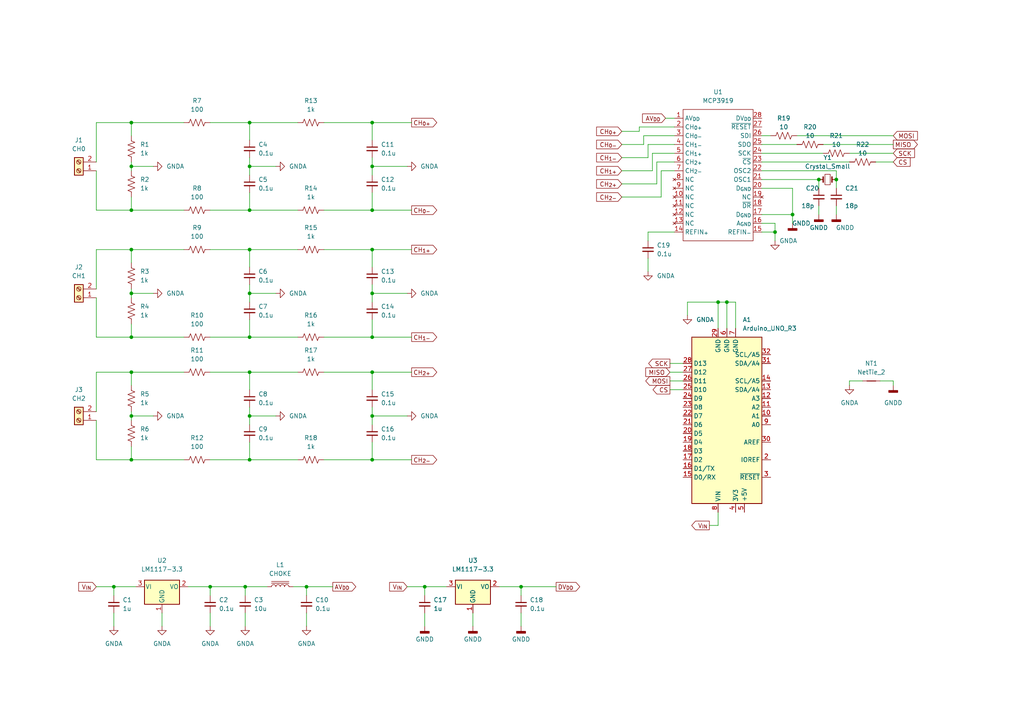
<source format=kicad_sch>
(kicad_sch (version 20211123) (generator eeschema)
  (paper "A4")
  (lib_symbols
    (symbol "Connector:Screw_Terminal_01x02" (pin_names (offset 1.016) hide)
      (property "Reference" "J" (at 0 2.54 0))
      (property "Value" "Screw_Terminal_01x02" (at 0 -5.08 0))
      (symbol "Screw_Terminal_01x02_1_1"
        (rectangle (start -1.27 1.27) (end 1.27 -3.81) (stroke (width 0.254)) (fill (type background)))
        (circle (center 0 -2.54) (radius 0.635) (stroke (width 0.1524)))
        (polyline (pts (xy -0.5334 -2.2098) (xy 0.3302 -3.048)) (stroke (width 0.1524)))
        (polyline (pts (xy -0.5334 0.3302) (xy 0.3302 -0.508)) (stroke (width 0.1524)))
        (polyline (pts (xy -0.3556 -2.032) (xy 0.508 -2.8702)) (stroke (width 0.1524)))
        (polyline (pts (xy -0.3556 0.508) (xy 0.508 -0.3302)) (stroke (width 0.1524)))
        (circle (center 0 0) (radius 0.635) (stroke (width 0.1524)))
        (pin passive line (at -5.08 0 0) (length 3.81) (name "Pin_1") (number "1"))
        (pin passive line (at -5.08 -2.54 0) (length 3.81) (name "Pin_2") (number "2"))
      )
    )
    (symbol "Device:C_Small" (pin_numbers hide) (pin_names (offset 0.254) hide)
      (property "Reference" "C" (at 0.254 1.778 0))
      (property "Value" "C_Small" (at 0.254 -2.032 0))
      (symbol "C_Small_0_1"
        (polyline (pts (xy -1.524 -0.508) (xy 1.524 -0.508)) (stroke (width 0.3302)))
        (polyline (pts (xy -1.524 0.508) (xy 1.524 0.508)) (stroke (width 0.3048)))
      )
      (symbol "C_Small_1_1"
        (pin passive line (at 0 2.54 270) (length 2.032) (name "~") (number "1"))
        (pin passive line (at 0 -2.54 90) (length 2.032) (name "~") (number "2"))
      )
    )
    (symbol "Device:Crystal_Small" (pin_numbers hide) (pin_names (offset 1.016) hide)
      (property "Reference" "Y" (at 0 2.54 0))
      (property "Value" "Crystal_Small" (at 0 -2.54 0))
      (symbol "Crystal_Small_0_1"
        (rectangle (start -0.762 -1.524) (end 0.762 1.524))
        (polyline (pts (xy -1.27 -0.762) (xy -1.27 0.762)) (stroke (width 0.381)))
        (polyline (pts (xy 1.27 -0.762) (xy 1.27 0.762)) (stroke (width 0.381)))
      )
      (symbol "Crystal_Small_1_1"
        (pin passive line (at -2.54 0 0) (length 1.27) (name "1") (number "1"))
        (pin passive line (at 2.54 0 180) (length 1.27) (name "2") (number "2"))
      )
    )
    (symbol "Device:L_Iron" (pin_numbers hide) (pin_names (offset 1.016) hide)
      (property "Reference" "L" (at -1.27 0 90))
      (property "Value" "L_Iron" (at 2.794 0 90))
      (symbol "L_Iron_0_1"
        (arc (start 0 -2.54) (mid 0.635 -1.905) (end 0 -1.27))
        (arc (start 0 -1.27) (mid 0.635 -0.635) (end 0 0))
        (polyline (pts (xy 1.016 2.54) (xy 1.016 -2.54)))
        (polyline (pts (xy 1.524 -2.54) (xy 1.524 2.54)))
        (arc (start 0 0) (mid 0.635 0.635) (end 0 1.27))
        (arc (start 0 1.27) (mid 0.635 1.905) (end 0 2.54))
      )
      (symbol "L_Iron_1_1"
        (pin passive line (at 0 3.81 270) (length 1.27) (name "1") (number "1"))
        (pin passive line (at 0 -3.81 90) (length 1.27) (name "2") (number "2"))
      )
    )
    (symbol "Device:NetTie_2" (pin_numbers hide) (pin_names (offset 0) hide)
      (property "Reference" "NT" (at 0 1.27 0))
      (property "Value" "NetTie_2" (at 0 -1.27 0))
      (symbol "NetTie_2_0_1"
        (polyline (pts (xy -1.27 0) (xy 1.27 0)) (stroke (width 0.254)))
      )
      (symbol "NetTie_2_1_1"
        (pin passive line (at -2.54 0 0) (length 2.54) (name "1") (number "1"))
        (pin passive line (at 2.54 0 180) (length 2.54) (name "2") (number "2"))
      )
    )
    (symbol "Device:R_US" (pin_numbers hide) (pin_names (offset 0))
      (property "Reference" "R" (at 2.54 0 90))
      (property "Value" "R_US" (at -2.54 0 90))
      (symbol "R_US_0_1"
        (polyline (pts (xy 0 -2.286) (xy 0 -2.54)))
        (polyline (pts (xy 0 2.286) (xy 0 2.54)))
        (polyline (pts (xy 0 -0.762) (xy 1.016 -1.143) (xy 0 -1.524) (xy -1.016 -1.905) (xy 0 -2.286)))
        (polyline (pts (xy 0 0.762) (xy 1.016 0.381) (xy 0 0) (xy -1.016 -0.381) (xy 0 -0.762)))
        (polyline (pts (xy 0 2.286) (xy 1.016 1.905) (xy 0 1.524) (xy -1.016 1.143) (xy 0 0.762)))
      )
      (symbol "R_US_1_1"
        (pin passive line (at 0 3.81 270) (length 1.27) (name "~") (number "1"))
        (pin passive line (at 0 -3.81 90) (length 1.27) (name "~") (number "2"))
      )
    )
    (symbol "MCU_Module:Arduino_UNO_R3"
      (property "Reference" "A" (at -10.16 23.495 0))
      (property "Value" "Arduino_UNO_R3" (at 5.08 -26.67 0))
      (symbol "Arduino_UNO_R3_0_1"
        (rectangle (start -10.16 22.86) (end 10.16 -25.4) (stroke (width 0.254)) (fill (type background)))
      )
      (symbol "Arduino_UNO_R3_1_1"
        (pin no_connect line (at -10.16 -20.32 0) (length 2.54) hide (name "NC") (number "1"))
        (pin bidirectional line (at 12.7 -2.54 180) (length 2.54) (name "A1") (number "10"))
        (pin bidirectional line (at 12.7 -5.08 180) (length 2.54) (name "A2") (number "11"))
        (pin bidirectional line (at 12.7 -7.62 180) (length 2.54) (name "A3") (number "12"))
        (pin bidirectional line (at 12.7 -10.16 180) (length 2.54) (name "SDA/A4") (number "13"))
        (pin bidirectional line (at 12.7 -12.7 180) (length 2.54) (name "SCL/A5") (number "14"))
        (pin bidirectional line (at -12.7 15.24 0) (length 2.54) (name "D0/RX") (number "15"))
        (pin bidirectional line (at -12.7 12.7 0) (length 2.54) (name "D1/TX") (number "16"))
        (pin bidirectional line (at -12.7 10.16 0) (length 2.54) (name "D2") (number "17"))
        (pin bidirectional line (at -12.7 7.62 0) (length 2.54) (name "D3") (number "18"))
        (pin bidirectional line (at -12.7 5.08 0) (length 2.54) (name "D4") (number "19"))
        (pin output line (at 12.7 10.16 180) (length 2.54) (name "IOREF") (number "2"))
        (pin bidirectional line (at -12.7 2.54 0) (length 2.54) (name "D5") (number "20"))
        (pin bidirectional line (at -12.7 0 0) (length 2.54) (name "D6") (number "21"))
        (pin bidirectional line (at -12.7 -2.54 0) (length 2.54) (name "D7") (number "22"))
        (pin bidirectional line (at -12.7 -5.08 0) (length 2.54) (name "D8") (number "23"))
        (pin bidirectional line (at -12.7 -7.62 0) (length 2.54) (name "D9") (number "24"))
        (pin bidirectional line (at -12.7 -10.16 0) (length 2.54) (name "D10") (number "25"))
        (pin bidirectional line (at -12.7 -12.7 0) (length 2.54) (name "D11") (number "26"))
        (pin bidirectional line (at -12.7 -15.24 0) (length 2.54) (name "D12") (number "27"))
        (pin bidirectional line (at -12.7 -17.78 0) (length 2.54) (name "D13") (number "28"))
        (pin power_in line (at -2.54 -27.94 90) (length 2.54) (name "GND") (number "29"))
        (pin input line (at 12.7 15.24 180) (length 2.54) (name "~{RESET}") (number "3"))
        (pin input line (at 12.7 5.08 180) (length 2.54) (name "AREF") (number "30"))
        (pin bidirectional line (at 12.7 -17.78 180) (length 2.54) (name "SDA/A4") (number "31"))
        (pin bidirectional line (at 12.7 -20.32 180) (length 2.54) (name "SCL/A5") (number "32"))
        (pin power_out line (at 2.54 25.4 270) (length 2.54) (name "3V3") (number "4"))
        (pin power_out line (at 5.08 25.4 270) (length 2.54) (name "+5V") (number "5"))
        (pin power_in line (at 0 -27.94 90) (length 2.54) (name "GND") (number "6"))
        (pin power_in line (at 2.54 -27.94 90) (length 2.54) (name "GND") (number "7"))
        (pin power_in line (at -2.54 25.4 270) (length 2.54) (name "VIN") (number "8"))
        (pin bidirectional line (at 12.7 0 180) (length 2.54) (name "A0") (number "9"))
      )
    )
    (symbol "Regulator_Linear:LM1117-3.3" (pin_names (offset 0.254))
      (property "Reference" "U" (at -3.81 3.175 0))
      (property "Value" "LM1117-3.3" (at 0 3.175 0))
      (symbol "LM1117-3.3_0_1"
        (rectangle (start -5.08 -5.08) (end 5.08 1.905) (stroke (width 0.254)) (fill (type background)))
      )
      (symbol "LM1117-3.3_1_1"
        (pin power_in line (at 0 -7.62 90) (length 2.54) (name "GND") (number "1"))
        (pin power_out line (at 7.62 0 180) (length 2.54) (name "VO") (number "2"))
        (pin power_in line (at -7.62 0 0) (length 2.54) (name "VI") (number "3"))
      )
    )
    (symbol "analog_frontend:MCP3919"
      (property "Reference" "U" (at -1.27 20.32 0))
      (property "Value" "MCP3919" (at -1.27 -21.59 0))
      (symbol "MCP3919_0_1"
        (rectangle (start -10.16 19.05) (end 10.16 -19.05))
      )
      (symbol "MCP3919_1_1"
        (pin power_in line (at -12.7 16.51 0) (length 2.54) (name "AV_{DD}") (number "1"))
        (pin no_connect line (at -12.7 -6.35 0) (length 2.54) (name "NC") (number "10"))
        (pin no_connect line (at -12.7 -8.89 0) (length 2.54) (name "NC") (number "11"))
        (pin no_connect line (at -12.7 -11.43 0) (length 2.54) (name "NC") (number "12"))
        (pin no_connect line (at -12.7 -13.97 0) (length 2.54) (name "NC") (number "13"))
        (pin power_in line (at -12.7 -16.51 0) (length 2.54) (name "REFIN_{+}") (number "14"))
        (pin power_in line (at 12.7 -16.51 180) (length 2.54) (name "REFIN_{-}") (number "15"))
        (pin power_in line (at 12.7 -13.97 180) (length 2.54) (name "A_{GND}") (number "16"))
        (pin power_in line (at 12.7 -11.43 180) (length 2.54) (name "D_{GND}") (number "17"))
        (pin input line (at 12.7 -8.89 180) (length 2.54) (name "~{DR}") (number "18"))
        (pin no_connect line (at 12.7 -6.35 180) (length 2.54) (name "NC") (number "19"))
        (pin input line (at -12.7 13.97 0) (length 2.54) (name "CH_{0+}") (number "2"))
        (pin power_in line (at 12.7 -3.81 180) (length 2.54) (name "D_{GND}") (number "20"))
        (pin input line (at 12.7 -1.27 180) (length 2.54) (name "OSC1") (number "21"))
        (pin input line (at 12.7 1.27 180) (length 2.54) (name "OSC2") (number "22"))
        (pin input line (at 12.7 3.81 180) (length 2.54) (name "~{CS}") (number "23"))
        (pin input line (at 12.7 6.35 180) (length 2.54) (name "SCK") (number "24"))
        (pin input line (at 12.7 8.89 180) (length 2.54) (name "SDO") (number "25"))
        (pin input line (at 12.7 11.43 180) (length 2.54) (name "SDI") (number "26"))
        (pin input line (at 12.7 13.97 180) (length 2.54) (name "~{RESET}") (number "27"))
        (pin power_in line (at 12.7 16.51 180) (length 2.54) (name "DV_{DD}") (number "28"))
        (pin input line (at -12.7 11.43 0) (length 2.54) (name "CH_{0-}") (number "3"))
        (pin input line (at -12.7 8.89 0) (length 2.54) (name "CH_{1-}") (number "4"))
        (pin input line (at -12.7 6.35 0) (length 2.54) (name "CH_{1+}") (number "5"))
        (pin input line (at -12.7 3.81 0) (length 2.54) (name "CH_{2+}") (number "6"))
        (pin input line (at -12.7 1.27 0) (length 2.54) (name "CH_{2-}") (number "7"))
        (pin no_connect line (at -12.7 -1.27 0) (length 2.54) (name "NC") (number "8"))
        (pin no_connect line (at -12.7 -3.81 0) (length 2.54) (name "NC") (number "9"))
      )
    )
    (symbol "power:GNDA" (power) (pin_names (offset 0))
      (property "Value" "GNDA" (at 0 -3.81 0))
      (symbol "GNDA_0_1"
        (polyline (pts (xy 0 0) (xy 0 -1.27) (xy 1.27 -1.27) (xy 0 -2.54) (xy -1.27 -1.27) (xy 0 -1.27)))
      )
      (symbol "GNDA_1_1"
        (pin power_in line (at 0 0 270) (length 0) hide (name "GNDA") (number "1"))
      )
    )
    (symbol "power:GNDD" (power) (pin_names (offset 0))
      (property "Value" "GNDD" (at 0 -3.175 0))
      (symbol "GNDD_0_1"
        (rectangle (start -1.27 -1.524) (end 1.27 -2.032) (stroke (width 0.254)) (fill (type outline)))
        (polyline (pts (xy 0 0) (xy 0 -1.524)))
      )
      (symbol "GNDD_1_1"
        (pin power_in line (at 0 0 270) (length 0) hide (name "GNDD") (number "1"))
      )
    )
  )
  (junction (at 107.95 97.79))
  (junction (at 107.95 133.35))
  (junction (at 38.1 48.26))
  (junction (at 72.39 133.35))
  (junction (at 72.39 35.56))
  (junction (at 208.28 87.63))
  (junction (at 210.82 87.63))
  (junction (at 71.12 170.18))
  (junction (at 107.95 120.65))
  (junction (at 107.95 85.09))
  (junction (at 38.1 72.39))
  (junction (at 38.1 133.35))
  (junction (at 72.39 97.79))
  (junction (at 72.39 107.95))
  (junction (at 151.13 170.18))
  (junction (at 38.1 60.96))
  (junction (at 237.49 52.07))
  (junction (at 38.1 35.56))
  (junction (at 72.39 60.96))
  (junction (at 107.95 107.95))
  (junction (at 107.95 72.39))
  (junction (at 107.95 60.96))
  (junction (at 33.02 170.18))
  (junction (at 60.96 170.18))
  (junction (at 242.57 52.07))
  (junction (at 224.79 67.31))
  (junction (at 72.39 72.39))
  (junction (at 72.39 120.65))
  (junction (at 38.1 107.95))
  (junction (at 88.9 170.18))
  (junction (at 229.87 62.23))
  (junction (at 107.95 35.56))
  (junction (at 107.95 48.26))
  (junction (at 38.1 85.09))
  (junction (at 38.1 97.79))
  (junction (at 38.1 120.65))
  (junction (at 72.39 48.26))
  (junction (at 72.39 85.09))
  (junction (at 123.19 170.18))
  (wire (pts (xy 72.39 97.79) (xy 72.39 92.71)))
  (wire (pts (xy 195.58 46.99) (xy 190.5 46.99)))
  (wire (pts (xy 60.96 170.18) (xy 71.12 170.18)))
  (wire (pts (xy 107.95 107.95) (xy 93.98 107.95)))
  (wire (pts (xy 194.31 105.41) (xy 198.12 105.41)))
  (wire (pts (xy 107.95 82.55) (xy 107.95 85.09)))
  (wire (pts (xy 208.28 87.63) (xy 199.39 87.63)))
  (wire (pts (xy 72.39 82.55) (xy 72.39 85.09)))
  (wire (pts (xy 38.1 93.98) (xy 38.1 97.79)))
  (wire (pts (xy 151.13 170.18) (xy 151.13 172.72)))
  (wire (pts (xy 242.57 54.61) (xy 242.57 52.07)))
  (wire (pts (xy 194.31 110.49) (xy 198.12 110.49)))
  (wire (pts (xy 38.1 120.65) (xy 44.45 120.65)))
  (wire (pts (xy 190.5 46.99) (xy 190.5 53.34)))
  (wire (pts (xy 213.36 87.63) (xy 210.82 87.63)))
  (wire (pts (xy 259.08 110.49) (xy 255.27 110.49)))
  (wire (pts (xy 187.96 74.93) (xy 187.96 78.74)))
  (wire (pts (xy 88.9 170.18) (xy 88.9 172.72)))
  (wire (pts (xy 60.96 60.96) (xy 72.39 60.96)))
  (wire (pts (xy 191.77 49.53) (xy 191.77 57.15)))
  (wire (pts (xy 72.39 60.96) (xy 72.39 55.88)))
  (wire (pts (xy 107.95 118.11) (xy 107.95 120.65)))
  (wire (pts (xy 231.14 39.37) (xy 259.08 39.37)))
  (wire (pts (xy 54.61 170.18) (xy 60.96 170.18)))
  (wire (pts (xy 27.94 119.38) (xy 27.94 107.95)))
  (wire (pts (xy 220.98 64.77) (xy 224.79 64.77)))
  (wire (pts (xy 107.95 133.35) (xy 93.98 133.35)))
  (wire (pts (xy 246.38 110.49) (xy 246.38 111.76)))
  (wire (pts (xy 237.49 52.07) (xy 237.49 54.61)))
  (wire (pts (xy 151.13 170.18) (xy 161.29 170.18)))
  (wire (pts (xy 107.95 48.26) (xy 107.95 50.8)))
  (wire (pts (xy 27.94 133.35) (xy 38.1 133.35)))
  (wire (pts (xy 238.76 41.91) (xy 259.08 41.91)))
  (wire (pts (xy 72.39 45.72) (xy 72.39 48.26)))
  (wire (pts (xy 72.39 85.09) (xy 72.39 87.63)))
  (wire (pts (xy 77.47 170.18) (xy 71.12 170.18)))
  (wire (pts (xy 229.87 54.61) (xy 229.87 62.23)))
  (wire (pts (xy 242.57 59.69) (xy 242.57 62.23)))
  (wire (pts (xy 38.1 107.95) (xy 38.1 111.76)))
  (wire (pts (xy 185.42 36.83) (xy 185.42 38.1)))
  (wire (pts (xy 220.98 49.53) (xy 242.57 49.53)))
  (wire (pts (xy 27.94 121.92) (xy 27.94 133.35)))
  (wire (pts (xy 72.39 107.95) (xy 86.36 107.95)))
  (wire (pts (xy 107.95 97.79) (xy 93.98 97.79)))
  (wire (pts (xy 144.78 170.18) (xy 151.13 170.18)))
  (wire (pts (xy 38.1 83.82) (xy 38.1 85.09)))
  (wire (pts (xy 220.98 54.61) (xy 229.87 54.61)))
  (wire (pts (xy 38.1 120.65) (xy 38.1 121.92)))
  (wire (pts (xy 119.38 72.39) (xy 107.95 72.39)))
  (wire (pts (xy 193.04 34.29) (xy 195.58 34.29)))
  (wire (pts (xy 107.95 55.88) (xy 107.95 60.96)))
  (wire (pts (xy 38.1 48.26) (xy 44.45 48.26)))
  (wire (pts (xy 195.58 39.37) (xy 186.69 39.37)))
  (wire (pts (xy 72.39 133.35) (xy 72.39 128.27)))
  (wire (pts (xy 191.77 57.15) (xy 180.34 57.15)))
  (wire (pts (xy 107.95 48.26) (xy 118.11 48.26)))
  (wire (pts (xy 27.94 72.39) (xy 38.1 72.39)))
  (wire (pts (xy 88.9 170.18) (xy 96.52 170.18)))
  (wire (pts (xy 38.1 46.99) (xy 38.1 48.26)))
  (wire (pts (xy 195.58 67.31) (xy 187.96 67.31)))
  (wire (pts (xy 107.95 60.96) (xy 93.98 60.96)))
  (wire (pts (xy 38.1 129.54) (xy 38.1 133.35)))
  (wire (pts (xy 27.94 97.79) (xy 38.1 97.79)))
  (wire (pts (xy 107.95 120.65) (xy 107.95 123.19)))
  (wire (pts (xy 189.23 49.53) (xy 180.34 49.53)))
  (wire (pts (xy 72.39 48.26) (xy 72.39 50.8)))
  (wire (pts (xy 27.94 107.95) (xy 38.1 107.95)))
  (wire (pts (xy 27.94 83.82) (xy 27.94 72.39)))
  (wire (pts (xy 107.95 35.56) (xy 93.98 35.56)))
  (wire (pts (xy 208.28 148.59) (xy 208.28 152.4)))
  (wire (pts (xy 72.39 35.56) (xy 86.36 35.56)))
  (wire (pts (xy 72.39 133.35) (xy 86.36 133.35)))
  (wire (pts (xy 210.82 87.63) (xy 208.28 87.63)))
  (wire (pts (xy 38.1 35.56) (xy 38.1 39.37)))
  (wire (pts (xy 72.39 97.79) (xy 86.36 97.79)))
  (wire (pts (xy 220.98 39.37) (xy 223.52 39.37)))
  (wire (pts (xy 27.94 170.18) (xy 33.02 170.18)))
  (wire (pts (xy 72.39 48.26) (xy 80.01 48.26)))
  (wire (pts (xy 224.79 67.31) (xy 224.79 69.85)))
  (wire (pts (xy 72.39 40.64) (xy 72.39 35.56)))
  (wire (pts (xy 259.08 111.76) (xy 259.08 110.49)))
  (wire (pts (xy 60.96 133.35) (xy 72.39 133.35)))
  (wire (pts (xy 220.98 46.99) (xy 246.38 46.99)))
  (wire (pts (xy 107.95 85.09) (xy 107.95 87.63)))
  (wire (pts (xy 107.95 133.35) (xy 119.38 133.35)))
  (wire (pts (xy 107.95 128.27) (xy 107.95 133.35)))
  (wire (pts (xy 38.1 57.15) (xy 38.1 60.96)))
  (wire (pts (xy 189.23 44.45) (xy 189.23 49.53)))
  (wire (pts (xy 186.69 39.37) (xy 186.69 41.91)))
  (wire (pts (xy 190.5 53.34) (xy 180.34 53.34)))
  (wire (pts (xy 60.96 177.8) (xy 60.96 181.61)))
  (wire (pts (xy 195.58 36.83) (xy 185.42 36.83)))
  (wire (pts (xy 220.98 67.31) (xy 224.79 67.31)))
  (wire (pts (xy 194.31 113.03) (xy 198.12 113.03)))
  (wire (pts (xy 38.1 48.26) (xy 38.1 49.53)))
  (wire (pts (xy 107.95 120.65) (xy 118.11 120.65)))
  (wire (pts (xy 229.87 62.23) (xy 229.87 64.77)))
  (wire (pts (xy 246.38 44.45) (xy 259.08 44.45)))
  (wire (pts (xy 107.95 77.47) (xy 107.95 72.39)))
  (wire (pts (xy 72.39 72.39) (xy 86.36 72.39)))
  (wire (pts (xy 60.96 170.18) (xy 60.96 172.72)))
  (wire (pts (xy 33.02 170.18) (xy 33.02 172.72)))
  (wire (pts (xy 60.96 97.79) (xy 72.39 97.79)))
  (wire (pts (xy 107.95 45.72) (xy 107.95 48.26)))
  (wire (pts (xy 220.98 62.23) (xy 229.87 62.23)))
  (wire (pts (xy 38.1 85.09) (xy 44.45 85.09)))
  (wire (pts (xy 72.39 113.03) (xy 72.39 107.95)))
  (wire (pts (xy 220.98 52.07) (xy 237.49 52.07)))
  (wire (pts (xy 33.02 170.18) (xy 39.37 170.18)))
  (wire (pts (xy 213.36 95.25) (xy 213.36 87.63)))
  (wire (pts (xy 38.1 60.96) (xy 53.34 60.96)))
  (wire (pts (xy 72.39 107.95) (xy 60.96 107.95)))
  (wire (pts (xy 53.34 35.56) (xy 38.1 35.56)))
  (wire (pts (xy 72.39 85.09) (xy 80.01 85.09)))
  (wire (pts (xy 88.9 177.8) (xy 88.9 181.61)))
  (wire (pts (xy 107.95 60.96) (xy 119.38 60.96)))
  (wire (pts (xy 72.39 60.96) (xy 86.36 60.96)))
  (wire (pts (xy 195.58 41.91) (xy 187.96 41.91)))
  (wire (pts (xy 187.96 41.91) (xy 187.96 45.72)))
  (wire (pts (xy 27.94 86.36) (xy 27.94 97.79)))
  (wire (pts (xy 72.39 118.11) (xy 72.39 120.65)))
  (wire (pts (xy 107.95 97.79) (xy 119.38 97.79)))
  (wire (pts (xy 27.94 49.53) (xy 27.94 60.96)))
  (wire (pts (xy 220.98 41.91) (xy 231.14 41.91)))
  (wire (pts (xy 107.95 72.39) (xy 93.98 72.39)))
  (wire (pts (xy 107.95 85.09) (xy 118.11 85.09)))
  (wire (pts (xy 33.02 177.8) (xy 33.02 181.61)))
  (wire (pts (xy 107.95 113.03) (xy 107.95 107.95)))
  (wire (pts (xy 195.58 44.45) (xy 189.23 44.45)))
  (wire (pts (xy 38.1 85.09) (xy 38.1 86.36)))
  (wire (pts (xy 107.95 92.71) (xy 107.95 97.79)))
  (wire (pts (xy 85.09 170.18) (xy 88.9 170.18)))
  (wire (pts (xy 119.38 107.95) (xy 107.95 107.95)))
  (wire (pts (xy 107.95 35.56) (xy 107.95 40.64)))
  (wire (pts (xy 72.39 120.65) (xy 72.39 123.19)))
  (wire (pts (xy 72.39 72.39) (xy 60.96 72.39)))
  (wire (pts (xy 46.99 177.8) (xy 46.99 181.61)))
  (wire (pts (xy 180.34 45.72) (xy 187.96 45.72)))
  (wire (pts (xy 220.98 44.45) (xy 238.76 44.45)))
  (wire (pts (xy 123.19 170.18) (xy 123.19 172.72)))
  (wire (pts (xy 71.12 177.8) (xy 71.12 181.61)))
  (wire (pts (xy 250.19 110.49) (xy 246.38 110.49)))
  (wire (pts (xy 71.12 170.18) (xy 71.12 172.72)))
  (wire (pts (xy 254 46.99) (xy 259.08 46.99)))
  (wire (pts (xy 27.94 60.96) (xy 38.1 60.96)))
  (wire (pts (xy 199.39 87.63) (xy 199.39 91.44)))
  (wire (pts (xy 210.82 95.25) (xy 210.82 87.63)))
  (wire (pts (xy 186.69 41.91) (xy 180.34 41.91)))
  (wire (pts (xy 237.49 59.69) (xy 237.49 62.23)))
  (wire (pts (xy 118.11 170.18) (xy 123.19 170.18)))
  (wire (pts (xy 27.94 46.99) (xy 27.94 35.56)))
  (wire (pts (xy 72.39 77.47) (xy 72.39 72.39)))
  (wire (pts (xy 72.39 35.56) (xy 60.96 35.56)))
  (wire (pts (xy 27.94 35.56) (xy 38.1 35.56)))
  (wire (pts (xy 208.28 152.4) (xy 205.74 152.4)))
  (wire (pts (xy 53.34 72.39) (xy 38.1 72.39)))
  (wire (pts (xy 53.34 107.95) (xy 38.1 107.95)))
  (wire (pts (xy 224.79 64.77) (xy 224.79 67.31)))
  (wire (pts (xy 119.38 35.56) (xy 107.95 35.56)))
  (wire (pts (xy 185.42 38.1) (xy 180.34 38.1)))
  (wire (pts (xy 38.1 133.35) (xy 53.34 133.35)))
  (wire (pts (xy 72.39 120.65) (xy 80.01 120.65)))
  (wire (pts (xy 242.57 52.07) (xy 242.57 49.53)))
  (wire (pts (xy 123.19 170.18) (xy 129.54 170.18)))
  (wire (pts (xy 38.1 119.38) (xy 38.1 120.65)))
  (wire (pts (xy 208.28 95.25) (xy 208.28 87.63)))
  (wire (pts (xy 137.16 177.8) (xy 137.16 181.61)))
  (wire (pts (xy 195.58 49.53) (xy 191.77 49.53)))
  (wire (pts (xy 151.13 177.8) (xy 151.13 181.61)))
  (wire (pts (xy 38.1 97.79) (xy 53.34 97.79)))
  (wire (pts (xy 38.1 72.39) (xy 38.1 76.2)))
  (wire (pts (xy 187.96 67.31) (xy 187.96 69.85)))
  (wire (pts (xy 194.31 107.95) (xy 198.12 107.95)))
  (wire (pts (xy 123.19 177.8) (xy 123.19 181.61)))
  (global_label "V_{IN}" (shape input) (at 27.94 170.18 180) (property "Intersheet References" "${INTERSHEET_REFS}" (effects hide)))
  (global_label "CH_{2-}" (shape input) (at 180.34 57.15 180) (property "Intersheet References" "${INTERSHEET_REFS}" (effects hide)))
  (global_label "CH_{0+}" (shape output) (at 119.38 35.56 0) (property "Intersheet References" "${INTERSHEET_REFS}" (effects hide)))
  (global_label "DV_{DD}" (shape output) (at 161.29 170.18 0) (property "Intersheet References" "${INTERSHEET_REFS}" (effects hide)))
  (global_label "MISO" (shape input) (at 194.31 107.95 180) (property "Intersheet References" "${INTERSHEET_REFS}" (effects hide)))
  (global_label "CH_{1-}" (shape input) (at 180.34 45.72 180) (property "Intersheet References" "${INTERSHEET_REFS}" (effects hide)))
  (global_label "CH_{0-}" (shape output) (at 119.38 60.96 0) (property "Intersheet References" "${INTERSHEET_REFS}" (effects hide)))
  (global_label "CS" (shape output) (at 194.31 113.03 180) (property "Intersheet References" "${INTERSHEET_REFS}" (effects hide)))
  (global_label "MISO" (shape output) (at 259.08 41.91 0) (property "Intersheet References" "${INTERSHEET_REFS}" (effects hide)))
  (global_label "AV_{DD}" (shape input) (at 193.04 34.29 180) (property "Intersheet References" "${INTERSHEET_REFS}" (effects hide)))
  (global_label "CH_{2+}" (shape input) (at 180.34 53.34 180) (property "Intersheet References" "${INTERSHEET_REFS}" (effects hide)))
  (global_label "CH_{1-}" (shape output) (at 119.38 97.79 0) (property "Intersheet References" "${INTERSHEET_REFS}" (effects hide)))
  (global_label "CH_{2+}" (shape output) (at 119.38 107.95 0) (property "Intersheet References" "${INTERSHEET_REFS}" (effects hide)))
  (global_label "SCK" (shape input) (at 259.08 44.45 0) (property "Intersheet References" "${INTERSHEET_REFS}" (effects hide)))
  (global_label "AV_{DD}" (shape output) (at 96.52 170.18 0) (property "Intersheet References" "${INTERSHEET_REFS}" (effects hide)))
  (global_label "SCK" (shape output) (at 194.31 105.41 180) (property "Intersheet References" "${INTERSHEET_REFS}" (effects hide)))
  (global_label "CH_{0-}" (shape input) (at 180.34 41.91 180) (property "Intersheet References" "${INTERSHEET_REFS}" (effects hide)))
  (global_label "CH_{1+}" (shape output) (at 119.38 72.39 0) (property "Intersheet References" "${INTERSHEET_REFS}" (effects hide)))
  (global_label "CH_{2-}" (shape output) (at 119.38 133.35 0) (property "Intersheet References" "${INTERSHEET_REFS}" (effects hide)))
  (global_label "MOSI" (shape output) (at 194.31 110.49 180) (property "Intersheet References" "${INTERSHEET_REFS}" (effects hide)))
  (global_label "V_{IN}" (shape input) (at 118.11 170.18 180) (property "Intersheet References" "${INTERSHEET_REFS}" (effects hide)))
  (global_label "MOSI" (shape input) (at 259.08 39.37 0) (property "Intersheet References" "${INTERSHEET_REFS}" (effects hide)))
  (global_label "V_{IN}" (shape output) (at 205.74 152.4 180) (property "Intersheet References" "${INTERSHEET_REFS}" (effects hide)))
  (global_label "CS" (shape input) (at 259.08 46.99 0) (property "Intersheet References" "${INTERSHEET_REFS}" (effects hide)))
  (global_label "CH_{1+}" (shape input) (at 180.34 49.53 180) (property "Intersheet References" "${INTERSHEET_REFS}" (effects hide)))
  (global_label "CH_{0+}" (shape input) (at 180.34 38.1 180) (property "Intersheet References" "${INTERSHEET_REFS}" (effects hide)))
  (symbol (lib_id "analog_frontend:MCP3919") (at 208.28 50.8 0) (unit 1)
    (property "Reference" "U1" (at 208.28 26.67 0))
    (property "Value" "MCP3919" (at 208.28 29.21 0))
    (property "Footprint" "Package_SO:SSOP-28_5.3x10.2mm_P0.65mm" (effects hide))
    (property "Datasheet" "http://ww1.microchip.com/downloads/en/DeviceDoc/MCP3919-3V-Three-Channel-Analog-Front-End-DS20005347C.pdf" (effects hide))
  )
  (symbol (lib_id "Device:C_Small") (at 123.19 175.26 0) (unit 1)
    (property "Reference" "C17" (at 125.73 173.9962 0) (effects (justify left)))
    (property "Value" "1u" (at 125.73 176.5362 0) (effects (justify left)))
    (property "Footprint" "Capacitor_THT:C_Disc_D4.3mm_W1.9mm_P5.00mm" (effects hide))
  )
  (symbol (lib_id "Device:C_Small") (at 33.02 175.26 0) (unit 1)
    (property "Reference" "C1" (at 35.56 173.9962 0) (effects (justify left)))
    (property "Value" "1u" (at 35.56 176.5362 0) (effects (justify left)))
    (property "Footprint" "Capacitor_THT:C_Disc_D4.3mm_W1.9mm_P5.00mm" (effects hide))
  )
  (symbol (lib_id "Device:R_US") (at 38.1 43.18 0) (unit 1)
    (property "Reference" "R1" (at 40.64 41.9099 0) (effects (justify left)))
    (property "Value" "1k" (at 40.64 44.4499 0) (effects (justify left)))
    (property "Footprint" "Resistor_THT:R_Axial_DIN0207_L6.3mm_D2.5mm_P7.62mm_Horizontal" (effects hide))
  )
  (symbol (lib_id "Device:C_Small") (at 107.95 53.34 0) (unit 1)
    (property "Reference" "C12" (at 110.49 52.0762 0) (effects (justify left)))
    (property "Value" "0.1u" (at 110.49 54.6162 0) (effects (justify left)))
    (property "Footprint" "Capacitor_THT:C_Disc_D4.3mm_W1.9mm_P5.00mm" (effects hide))
  )
  (symbol (lib_id "power:GNDA") (at 80.01 48.26 90) (unit 1)
    (property "Reference" "#PWR08" (effects hide))
    (property "Value" "GNDA" (at 83.82 48.2599 90) (effects (justify right)))
  )
  (symbol (lib_id "power:GNDA") (at 46.99 181.61 0) (unit 1)
    (property "Reference" "#PWR05" (effects hide))
    (property "Value" "GNDA" (at 46.99 186.69 0))
  )
  (symbol (lib_id "Connector:Screw_Terminal_01x02") (at 22.86 49.53 180) (unit 1)
    (property "Reference" "J1" (at 22.86 40.64 0))
    (property "Value" "CH0" (at 22.86 43.18 0))
    (property "Footprint" "TerminalBlock:TerminalBlock_bornier-2_P5.08mm" (effects hide))
  )
  (symbol (lib_id "Device:C_Small") (at 72.39 125.73 0) (unit 1)
    (property "Reference" "C9" (at 74.93 124.4662 0) (effects (justify left)))
    (property "Value" "0.1u" (at 74.93 127.0062 0) (effects (justify left)))
    (property "Footprint" "Capacitor_THT:C_Disc_D4.3mm_W1.9mm_P5.00mm" (effects hide))
  )
  (symbol (lib_id "Device:R_US") (at 90.17 35.56 90) (unit 1)
    (property "Reference" "R13" (at 90.17 29.21 90))
    (property "Value" "1k" (at 90.17 31.75 90))
    (property "Footprint" "Resistor_THT:R_Axial_DIN0207_L6.3mm_D2.5mm_P7.62mm_Horizontal" (effects hide))
  )
  (symbol (lib_id "Device:C_Small") (at 72.39 53.34 0) (unit 1)
    (property "Reference" "C5" (at 74.93 52.0762 0) (effects (justify left)))
    (property "Value" "0.1u" (at 74.93 54.6162 0) (effects (justify left)))
    (property "Footprint" "Capacitor_THT:C_Disc_D4.3mm_W1.9mm_P5.00mm" (effects hide))
  )
  (symbol (lib_id "Device:R_US") (at 57.15 97.79 90) (unit 1)
    (property "Reference" "R10" (at 57.15 91.44 90))
    (property "Value" "100" (at 57.15 93.98 90))
    (property "Footprint" "Resistor_THT:R_Axial_DIN0207_L6.3mm_D2.5mm_P7.62mm_Horizontal" (effects hide))
  )
  (symbol (lib_id "Device:C_Small") (at 151.13 175.26 0) (unit 1)
    (property "Reference" "C18" (at 153.67 173.9962 0) (effects (justify left)))
    (property "Value" "0.1u" (at 153.67 176.5362 0) (effects (justify left)))
    (property "Footprint" "Capacitor_THT:C_Disc_D4.3mm_W1.9mm_P5.00mm" (effects hide))
  )
  (symbol (lib_id "Device:R_US") (at 227.33 39.37 90) (unit 1)
    (property "Reference" "R19" (at 227.33 34.29 90))
    (property "Value" "10" (at 227.33 36.83 90))
    (property "Footprint" "Resistor_THT:R_Axial_DIN0207_L6.3mm_D2.5mm_P7.62mm_Horizontal" (effects hide))
  )
  (symbol (lib_id "Regulator_Linear:LM1117-3.3") (at 46.99 170.18 0) (unit 1)
    (property "Reference" "U2" (at 46.99 162.56 0))
    (property "Value" "LM1117-3.3" (at 46.99 165.1 0))
    (property "Footprint" "Package_TO_SOT_SMD:SOT-223-3_TabPin2" (effects hide))
    (property "Datasheet" "http://www.ti.com/lit/ds/symlink/lm1117.pdf" (effects hide))
  )
  (symbol (lib_id "power:GNDA") (at 88.9 181.61 0) (unit 1)
    (property "Reference" "#PWR011" (effects hide))
    (property "Value" "GNDA" (at 88.9 186.69 0))
  )
  (symbol (lib_id "power:GNDA") (at 118.11 120.65 90) (unit 1)
    (property "Reference" "#PWR014" (effects hide))
    (property "Value" "GNDA" (at 121.92 120.6499 90) (effects (justify right)))
  )
  (symbol (lib_id "Device:R_US") (at 250.19 46.99 90) (unit 1)
    (property "Reference" "R22" (at 250.19 41.91 90))
    (property "Value" "10" (at 250.19 44.45 90))
    (property "Footprint" "Resistor_THT:R_Axial_DIN0207_L6.3mm_D2.5mm_P7.62mm_Horizontal" (effects hide))
  )
  (symbol (lib_id "Device:R_US") (at 90.17 107.95 90) (unit 1)
    (property "Reference" "R17" (at 90.17 101.6 90))
    (property "Value" "1k" (at 90.17 104.14 90))
    (property "Footprint" "Resistor_THT:R_Axial_DIN0207_L6.3mm_D2.5mm_P7.62mm_Horizontal" (effects hide))
  )
  (symbol (lib_id "power:GNDA") (at 224.79 69.85 0) (unit 1)
    (property "Reference" "#PWR020" (effects hide))
    (property "Value" "GNDA" (at 226.06 69.85 0) (effects (justify left)))
  )
  (symbol (lib_id "Device:R_US") (at 90.17 133.35 90) (unit 1)
    (property "Reference" "R18" (at 90.17 127 90))
    (property "Value" "1k" (at 90.17 129.54 90))
    (property "Footprint" "Resistor_THT:R_Axial_DIN0207_L6.3mm_D2.5mm_P7.62mm_Horizontal" (effects hide))
  )
  (symbol (lib_id "Device:C_Small") (at 242.57 57.15 0) (unit 1)
    (property "Reference" "C21" (at 245.11 54.61 0) (effects (justify left)))
    (property "Value" "18p" (at 245.11 59.69 0) (effects (justify left)))
    (property "Footprint" "Capacitor_THT:C_Disc_D4.3mm_W1.9mm_P5.00mm" (effects hide))
  )
  (symbol (lib_id "Connector:Screw_Terminal_01x02") (at 22.86 121.92 180) (unit 1)
    (property "Reference" "J3" (at 22.86 113.03 0))
    (property "Value" "CH2" (at 22.86 115.57 0))
    (property "Footprint" "TerminalBlock:TerminalBlock_bornier-2_P5.08mm" (effects hide))
  )
  (symbol (lib_id "power:GNDA") (at 80.01 120.65 90) (unit 1)
    (property "Reference" "#PWR010" (effects hide))
    (property "Value" "GNDA" (at 83.82 120.6499 90) (effects (justify right)))
  )
  (symbol (lib_id "power:GNDD") (at 259.08 111.76 0) (unit 1)
    (property "Reference" "#PWR025" (effects hide))
    (property "Value" "GNDD" (at 259.08 116.84 0))
  )
  (symbol (lib_id "Device:R_US") (at 38.1 53.34 0) (unit 1)
    (property "Reference" "R2" (at 40.64 52.0699 0) (effects (justify left)))
    (property "Value" "1k" (at 40.64 54.6099 0) (effects (justify left)))
    (property "Footprint" "Resistor_THT:R_Axial_DIN0207_L6.3mm_D2.5mm_P7.62mm_Horizontal" (effects hide))
  )
  (symbol (lib_id "power:GNDD") (at 229.87 64.77 0) (unit 1)
    (property "Reference" "#PWR021" (effects hide))
    (property "Value" "GNDD" (at 232.41 64.77 0))
  )
  (symbol (lib_id "power:GNDA") (at 199.39 91.44 0) (unit 1)
    (property "Reference" "#PWR019" (effects hide))
    (property "Value" "GNDA" (at 201.93 92.7099 0) (effects (justify left)))
  )
  (symbol (lib_id "Device:C_Small") (at 71.12 175.26 0) (unit 1)
    (property "Reference" "C3" (at 73.66 173.9962 0) (effects (justify left)))
    (property "Value" "10u" (at 73.66 176.5362 0) (effects (justify left)))
    (property "Footprint" "Capacitor_THT:CP_Radial_D4.0mm_P2.00mm" (effects hide))
  )
  (symbol (lib_id "power:GNDA") (at 71.12 181.61 0) (unit 1)
    (property "Reference" "#PWR07" (effects hide))
    (property "Value" "GNDA" (at 71.12 186.69 0))
  )
  (symbol (lib_id "Device:C_Small") (at 72.39 90.17 0) (unit 1)
    (property "Reference" "C7" (at 74.93 88.9062 0) (effects (justify left)))
    (property "Value" "0.1u" (at 74.93 91.4462 0) (effects (justify left)))
    (property "Footprint" "Capacitor_THT:C_Disc_D4.3mm_W1.9mm_P5.00mm" (effects hide))
  )
  (symbol (lib_id "power:GNDD") (at 151.13 181.61 0) (unit 1)
    (property "Reference" "#PWR017" (effects hide))
    (property "Value" "GNDD" (at 151.13 185.42 0))
  )
  (symbol (lib_id "Device:R_US") (at 57.15 72.39 90) (unit 1)
    (property "Reference" "R9" (at 57.15 66.04 90))
    (property "Value" "100" (at 57.15 68.58 90))
    (property "Footprint" "Resistor_THT:R_Axial_DIN0207_L6.3mm_D2.5mm_P7.62mm_Horizontal" (effects hide))
  )
  (symbol (lib_id "power:GNDA") (at 44.45 120.65 90) (unit 1)
    (property "Reference" "#PWR04" (effects hide))
    (property "Value" "GNDA" (at 48.26 120.6499 90) (effects (justify right)))
  )
  (symbol (lib_id "Device:R_US") (at 57.15 133.35 90) (unit 1)
    (property "Reference" "R12" (at 57.15 127 90))
    (property "Value" "100" (at 57.15 129.54 90))
    (property "Footprint" "Resistor_THT:R_Axial_DIN0207_L6.3mm_D2.5mm_P7.62mm_Horizontal" (effects hide))
  )
  (symbol (lib_id "Device:Crystal_Small") (at 240.03 52.07 180) (unit 1)
    (property "Reference" "Y1" (at 240.03 45.72 0))
    (property "Value" "Crystal_Small" (at 240.03 48.26 0))
    (property "Footprint" "Crystal:Crystal_HC18-U_Vertical" (effects hide))
  )
  (symbol (lib_id "Device:C_Small") (at 72.39 43.18 0) (unit 1)
    (property "Reference" "C4" (at 74.93 41.9162 0) (effects (justify left)))
    (property "Value" "0.1u" (at 74.93 44.4562 0) (effects (justify left)))
    (property "Footprint" "Capacitor_THT:C_Disc_D4.3mm_W1.9mm_P5.00mm" (effects hide))
  )
  (symbol (lib_id "power:GNDD") (at 137.16 181.61 0) (unit 1)
    (property "Reference" "#PWR016" (effects hide))
    (property "Value" "GNDD" (at 137.16 185.42 0))
  )
  (symbol (lib_id "Device:R_US") (at 90.17 72.39 90) (unit 1)
    (property "Reference" "R15" (at 90.17 66.04 90))
    (property "Value" "1k" (at 90.17 68.58 90))
    (property "Footprint" "Resistor_THT:R_Axial_DIN0207_L6.3mm_D2.5mm_P7.62mm_Horizontal" (effects hide))
  )
  (symbol (lib_id "Device:C_Small") (at 107.95 43.18 0) (unit 1)
    (property "Reference" "C11" (at 110.49 41.9162 0) (effects (justify left)))
    (property "Value" "0.1u" (at 110.49 44.4562 0) (effects (justify left)))
    (property "Footprint" "Capacitor_THT:C_Disc_D4.3mm_W1.9mm_P5.00mm" (effects hide))
  )
  (symbol (lib_id "Device:R_US") (at 242.57 44.45 90) (unit 1)
    (property "Reference" "R21" (at 242.57 39.37 90))
    (property "Value" "10" (at 242.57 41.91 90))
    (property "Footprint" "Resistor_THT:R_Axial_DIN0207_L6.3mm_D2.5mm_P7.62mm_Horizontal" (effects hide))
  )
  (symbol (lib_id "Device:R_US") (at 90.17 97.79 90) (unit 1)
    (property "Reference" "R16" (at 90.17 91.44 90))
    (property "Value" "1k" (at 90.17 93.98 90))
    (property "Footprint" "Resistor_THT:R_Axial_DIN0207_L6.3mm_D2.5mm_P7.62mm_Horizontal" (effects hide))
  )
  (symbol (lib_id "power:GNDD") (at 123.19 181.61 0) (unit 1)
    (property "Reference" "#PWR015" (effects hide))
    (property "Value" "GNDD" (at 123.19 185.42 0))
  )
  (symbol (lib_id "power:GNDA") (at 44.45 85.09 90) (unit 1)
    (property "Reference" "#PWR03" (effects hide))
    (property "Value" "GNDA" (at 48.26 85.0899 90) (effects (justify right)))
  )
  (symbol (lib_id "Device:L_Iron") (at 81.28 170.18 90) (unit 1)
    (property "Reference" "L1" (at 81.28 163.83 90))
    (property "Value" "CHOKE" (at 81.28 166.37 90))
    (property "Footprint" "Resistor_THT:R_Axial_DIN0207_L6.3mm_D2.5mm_P7.62mm_Horizontal" (effects hide))
  )
  (symbol (lib_id "MCU_Module:Arduino_UNO_R3") (at 210.82 123.19 0) (mirror x) (unit 1)
    (property "Reference" "A1" (at 215.3794 92.71 0) (effects (justify left)))
    (property "Value" "Arduino_UNO_R3" (at 215.3794 95.25 0) (effects (justify left)))
    (property "Datasheet" "https://www.arduino.cc/en/Main/arduinoBoardUno" (effects hide))
  )
  (symbol (lib_id "power:GNDD") (at 242.57 62.23 0) (unit 1)
    (property "Reference" "#PWR023" (effects hide))
    (property "Value" "GNDD" (at 245.11 66.04 0))
  )
  (symbol (lib_id "Device:C_Small") (at 88.9 175.26 0) (unit 1)
    (property "Reference" "C10" (at 91.44 173.9962 0) (effects (justify left)))
    (property "Value" "0.1u" (at 91.44 176.5362 0) (effects (justify left)))
    (property "Footprint" "Capacitor_THT:C_Disc_D4.3mm_W1.9mm_P5.00mm" (effects hide))
  )
  (symbol (lib_id "Device:R_US") (at 90.17 60.96 90) (unit 1)
    (property "Reference" "R14" (at 90.17 54.61 90))
    (property "Value" "1k" (at 90.17 57.15 90))
    (property "Footprint" "Resistor_THT:R_Axial_DIN0207_L6.3mm_D2.5mm_P7.62mm_Horizontal" (effects hide))
  )
  (symbol (lib_id "Device:R_US") (at 38.1 115.57 0) (unit 1)
    (property "Reference" "R5" (at 40.64 114.2999 0) (effects (justify left)))
    (property "Value" "1k" (at 40.64 116.8399 0) (effects (justify left)))
    (property "Footprint" "Resistor_THT:R_Axial_DIN0207_L6.3mm_D2.5mm_P7.62mm_Horizontal" (effects hide))
  )
  (symbol (lib_id "Regulator_Linear:LM1117-3.3") (at 137.16 170.18 0) (unit 1)
    (property "Reference" "U3" (at 137.16 162.56 0))
    (property "Value" "LM1117-3.3" (at 137.16 165.1 0))
    (property "Footprint" "Package_TO_SOT_SMD:SOT-223-3_TabPin2" (effects hide))
    (property "Datasheet" "http://www.ti.com/lit/ds/symlink/lm1117.pdf" (effects hide))
  )
  (symbol (lib_id "Connector:Screw_Terminal_01x02") (at 22.86 86.36 180) (unit 1)
    (property "Reference" "J2" (at 22.86 77.47 0))
    (property "Value" "CH1" (at 22.86 80.01 0))
    (property "Footprint" "TerminalBlock:TerminalBlock_bornier-2_P5.08mm" (effects hide))
  )
  (symbol (lib_id "Device:C_Small") (at 107.95 80.01 0) (unit 1)
    (property "Reference" "C13" (at 110.49 78.7462 0) (effects (justify left)))
    (property "Value" "0.1u" (at 110.49 81.2862 0) (effects (justify left)))
    (property "Footprint" "Capacitor_THT:C_Disc_D4.3mm_W1.9mm_P5.00mm" (effects hide))
  )
  (symbol (lib_id "power:GNDA") (at 80.01 85.09 90) (unit 1)
    (property "Reference" "#PWR09" (effects hide))
    (property "Value" "GNDA" (at 83.82 85.0899 90) (effects (justify right)))
  )
  (symbol (lib_id "Device:R_US") (at 234.95 41.91 90) (unit 1)
    (property "Reference" "R20" (at 234.95 36.83 90))
    (property "Value" "10" (at 234.95 39.37 90))
    (property "Footprint" "Resistor_THT:R_Axial_DIN0207_L6.3mm_D2.5mm_P7.62mm_Horizontal" (effects hide))
  )
  (symbol (lib_id "Device:R_US") (at 38.1 80.01 0) (unit 1)
    (property "Reference" "R3" (at 40.64 78.7399 0) (effects (justify left)))
    (property "Value" "1k" (at 40.64 81.2799 0) (effects (justify left)))
    (property "Footprint" "Resistor_THT:R_Axial_DIN0207_L6.3mm_D2.5mm_P7.62mm_Horizontal" (effects hide))
  )
  (symbol (lib_id "Device:C_Small") (at 237.49 57.15 0) (unit 1)
    (property "Reference" "C20" (at 233.68 54.61 0) (effects (justify left)))
    (property "Value" "18p" (at 232.41 59.69 0) (effects (justify left)))
    (property "Footprint" "Capacitor_THT:C_Disc_D4.3mm_W1.9mm_P5.00mm" (effects hide))
  )
  (symbol (lib_id "power:GNDA") (at 118.11 48.26 90) (unit 1)
    (property "Reference" "#PWR012" (effects hide))
    (property "Value" "GNDA" (at 121.92 48.2599 90) (effects (justify right)))
  )
  (symbol (lib_id "Device:C_Small") (at 107.95 90.17 0) (unit 1)
    (property "Reference" "C14" (at 110.49 88.9062 0) (effects (justify left)))
    (property "Value" "0.1u" (at 110.49 91.4462 0) (effects (justify left)))
    (property "Footprint" "Capacitor_THT:C_Disc_D4.3mm_W1.9mm_P5.00mm" (effects hide))
  )
  (symbol (lib_id "power:GNDA") (at 44.45 48.26 90) (unit 1)
    (property "Reference" "#PWR02" (effects hide))
    (property "Value" "GNDA" (at 48.26 48.2599 90) (effects (justify right)))
  )
  (symbol (lib_id "power:GNDA") (at 118.11 85.09 90) (unit 1)
    (property "Reference" "#PWR013" (effects hide))
    (property "Value" "GNDA" (at 121.92 85.0899 90) (effects (justify right)))
  )
  (symbol (lib_id "Device:R_US") (at 38.1 90.17 0) (unit 1)
    (property "Reference" "R4" (at 40.64 88.8999 0) (effects (justify left)))
    (property "Value" "1k" (at 40.64 91.4399 0) (effects (justify left)))
    (property "Footprint" "Resistor_THT:R_Axial_DIN0207_L6.3mm_D2.5mm_P7.62mm_Horizontal" (effects hide))
  )
  (symbol (lib_id "power:GNDA") (at 60.96 181.61 0) (unit 1)
    (property "Reference" "#PWR06" (effects hide))
    (property "Value" "GNDA" (at 60.96 186.69 0))
  )
  (symbol (lib_id "Device:C_Small") (at 107.95 125.73 0) (unit 1)
    (property "Reference" "C16" (at 110.49 124.4662 0) (effects (justify left)))
    (property "Value" "0.1u" (at 110.49 127.0062 0) (effects (justify left)))
    (property "Footprint" "Capacitor_THT:C_Disc_D4.3mm_W1.9mm_P5.00mm" (effects hide))
  )
  (symbol (lib_id "power:GNDA") (at 187.96 78.74 0) (unit 1)
    (property "Reference" "#PWR018" (effects hide))
    (property "Value" "GNDA" (at 190.5 80.0099 0) (effects (justify left)))
  )
  (symbol (lib_id "Device:R_US") (at 57.15 107.95 90) (unit 1)
    (property "Reference" "R11" (at 57.15 101.6 90))
    (property "Value" "100" (at 57.15 104.14 90))
    (property "Footprint" "Resistor_THT:R_Axial_DIN0207_L6.3mm_D2.5mm_P7.62mm_Horizontal" (effects hide))
  )
  (symbol (lib_id "power:GNDD") (at 237.49 62.23 0) (unit 1)
    (property "Reference" "#PWR022" (effects hide))
    (property "Value" "GNDD" (at 237.49 66.04 0))
  )
  (symbol (lib_id "Device:C_Small") (at 187.96 72.39 0) (unit 1)
    (property "Reference" "C19" (at 190.5 71.1262 0) (effects (justify left)))
    (property "Value" "0.1u" (at 190.5 73.6662 0) (effects (justify left)))
    (property "Footprint" "Capacitor_THT:C_Disc_D4.3mm_W1.9mm_P5.00mm" (effects hide))
  )
  (symbol (lib_id "Device:C_Small") (at 60.96 175.26 0) (unit 1)
    (property "Reference" "C2" (at 63.5 173.9962 0) (effects (justify left)))
    (property "Value" "0.1u" (at 63.5 176.5362 0) (effects (justify left)))
    (property "Footprint" "Capacitor_THT:C_Disc_D4.3mm_W1.9mm_P5.00mm" (effects hide))
  )
  (symbol (lib_id "Device:C_Small") (at 107.95 115.57 0) (unit 1)
    (property "Reference" "C15" (at 110.49 114.3062 0) (effects (justify left)))
    (property "Value" "0.1u" (at 110.49 116.8462 0) (effects (justify left)))
    (property "Footprint" "Capacitor_THT:C_Disc_D4.3mm_W1.9mm_P5.00mm" (effects hide))
  )
  (symbol (lib_id "Device:R_US") (at 38.1 125.73 0) (unit 1)
    (property "Reference" "R6" (at 40.64 124.4599 0) (effects (justify left)))
    (property "Value" "1k" (at 40.64 126.9999 0) (effects (justify left)))
    (property "Footprint" "Resistor_THT:R_Axial_DIN0207_L6.3mm_D2.5mm_P7.62mm_Horizontal" (effects hide))
  )
  (symbol (lib_id "Device:R_US") (at 57.15 60.96 90) (unit 1)
    (property "Reference" "R8" (at 57.15 54.61 90))
    (property "Value" "100" (at 57.15 57.15 90))
    (property "Footprint" "Resistor_THT:R_Axial_DIN0207_L6.3mm_D2.5mm_P7.62mm_Horizontal" (effects hide))
  )
  (symbol (lib_id "Device:C_Small") (at 72.39 80.01 0) (unit 1)
    (property "Reference" "C6" (at 74.93 78.7462 0) (effects (justify left)))
    (property "Value" "0.1u" (at 74.93 81.2862 0) (effects (justify left)))
    (property "Footprint" "Capacitor_THT:C_Disc_D4.3mm_W1.9mm_P5.00mm" (effects hide))
  )
  (symbol (lib_id "Device:NetTie_2") (at 252.73 110.49 0) (unit 1)
    (property "Reference" "NT1" (at 252.73 105.41 0))
    (property "Value" "NetTie_2" (at 252.73 107.95 0))
    (property "Footprint" "NetTie:NetTie-2_SMD_Pad2.0mm" (effects hide))
  )
  (symbol (lib_id "power:GNDA") (at 33.02 181.61 0) (unit 1)
    (property "Reference" "#PWR01" (effects hide))
    (property "Value" "GNDA" (at 33.02 186.69 0))
  )
  (symbol (lib_id "Device:R_US") (at 57.15 35.56 90) (unit 1)
    (property "Reference" "R7" (at 57.15 29.21 90))
    (property "Value" "100" (at 57.15 31.75 90))
    (property "Footprint" "Resistor_THT:R_Axial_DIN0207_L6.3mm_D2.5mm_P7.62mm_Horizontal" (effects hide))
  )
  (symbol (lib_id "Device:C_Small") (at 72.39 115.57 0) (unit 1)
    (property "Reference" "C8" (at 74.93 114.3062 0) (effects (justify left)))
    (property "Value" "0.1u" (at 74.93 116.8462 0) (effects (justify left)))
    (property "Footprint" "Capacitor_THT:C_Disc_D4.3mm_W1.9mm_P5.00mm" (effects hide))
  )
  (symbol (lib_id "power:GNDA") (at 246.38 111.76 0) (unit 1)
    (property "Reference" "#PWR024" (effects hide))
    (property "Value" "GNDA" (at 246.38 116.84 0))
  )
)
</source>
